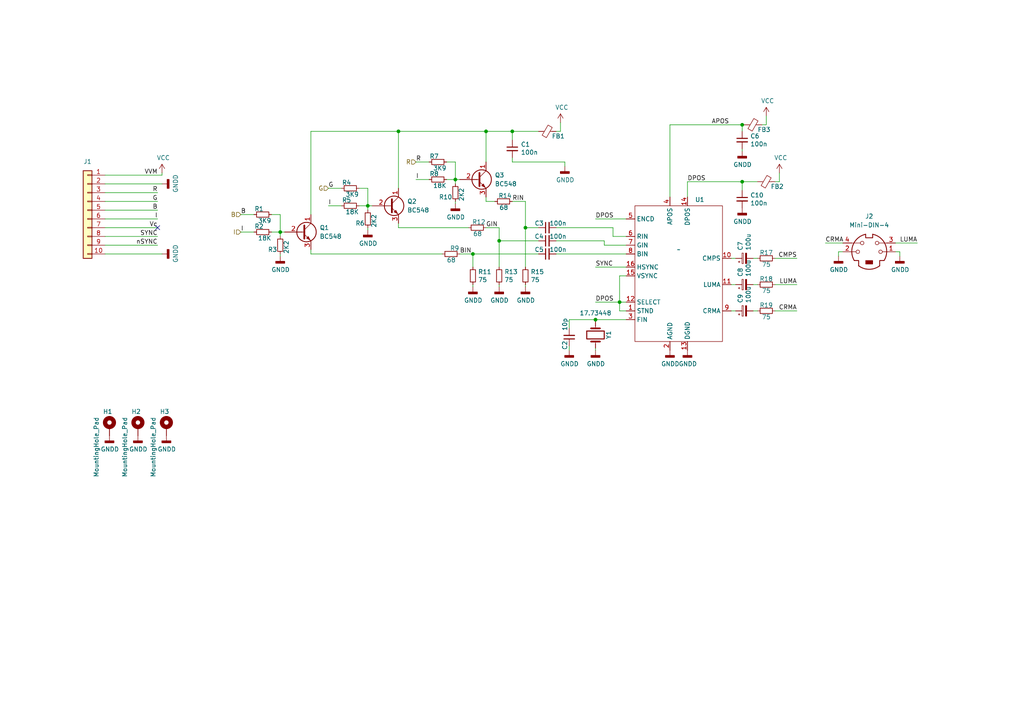
<source format=kicad_sch>
(kicad_sch (version 20230121) (generator eeschema)
  (paper "A4")
  (lib_symbols
    (symbol "Connector:Mini-DIN-4" (pin_names (offset 1.016))
      (property "Reference" "J" (at 0 6.35 0))
      (property "Value" "Mini-DIN-4" (at 0 -6.35 0))
      (symbol "Mini-DIN-4_0_1"
        (circle (center -3.302 0) (radius 0.508))
        (arc (start -3.048 -4.064) (mid 0 -5.08) (end 3.048 -4.064) (stroke (width 0.254)))
        (circle (center -2.032 2.54) (radius 0.508))
        (rectangle (start -1.016 -2.54) (end 1.016 -3.556) (fill (type outline)))
        (arc (start -1.016 5.08) (mid -4.6228 2.1214) (end -4.318 -2.54) (stroke (width 0.254)))
        (polyline (pts (xy -3.81 0) (xy -5.08 0)))
        (polyline (pts (xy -2.54 2.54) (xy -5.08 2.54)))
        (polyline (pts (xy 2.794 2.54) (xy 5.08 2.54)))
        (polyline (pts (xy 5.08 0) (xy 3.81 0)))
        (polyline (pts (xy -4.318 -2.54) (xy -3.048 -2.54) (xy -3.048 -4.064)) (stroke (width 0.254)))
        (polyline (pts (xy 4.318 -2.54) (xy 3.048 -2.54) (xy 3.048 -4.064)) (stroke (width 0.254)))
        (polyline (pts (xy -1.016 5.08) (xy -1.016 4.064) (xy 1.016 4.064) (xy 1.016 5.08)) (stroke (width 0.254)))
        (circle (center 2.286 2.54) (radius 0.508))
        (circle (center 3.302 0) (radius 0.508))
        (arc (start 4.318 -2.54) (mid 4.6661 2.1322) (end 1.016 5.08) (stroke (width 0.254)))
      )
      (symbol "Mini-DIN-4_1_1"
        (pin passive line (at 7.62 0 180) (length 2.54) (name "~") (number "1"))
        (pin passive line (at -7.62 0 0) (length 2.54) (name "~") (number "2"))
        (pin passive line (at 7.62 2.54 180) (length 2.54) (name "~") (number "3"))
        (pin passive line (at -7.62 2.54 0) (length 2.54) (name "~") (number "4"))
      )
    )
    (symbol "Connector_Generic:Conn_01x10" (pin_names (offset 1.016) hide)
      (property "Reference" "J" (at 0 12.7 0))
      (property "Value" "Conn_01x10" (at 0 -15.24 0))
      (symbol "Conn_01x10_1_1"
        (rectangle (start -1.27 -12.573) (end 0 -12.827) (stroke (width 0.1524)))
        (rectangle (start -1.27 -10.033) (end 0 -10.287) (stroke (width 0.1524)))
        (rectangle (start -1.27 -7.493) (end 0 -7.747) (stroke (width 0.1524)))
        (rectangle (start -1.27 -4.953) (end 0 -5.207) (stroke (width 0.1524)))
        (rectangle (start -1.27 -2.413) (end 0 -2.667) (stroke (width 0.1524)))
        (rectangle (start -1.27 0.127) (end 0 -0.127) (stroke (width 0.1524)))
        (rectangle (start -1.27 2.667) (end 0 2.413) (stroke (width 0.1524)))
        (rectangle (start -1.27 5.207) (end 0 4.953) (stroke (width 0.1524)))
        (rectangle (start -1.27 7.747) (end 0 7.493) (stroke (width 0.1524)))
        (rectangle (start -1.27 10.287) (end 0 10.033) (stroke (width 0.1524)))
        (rectangle (start -1.27 11.43) (end 1.27 -13.97) (stroke (width 0.254)) (fill (type background)))
        (pin passive line (at -5.08 10.16 0) (length 3.81) (name "Pin_1") (number "1"))
        (pin passive line (at -5.08 -12.7 0) (length 3.81) (name "Pin_10") (number "10"))
        (pin passive line (at -5.08 7.62 0) (length 3.81) (name "Pin_2") (number "2"))
        (pin passive line (at -5.08 5.08 0) (length 3.81) (name "Pin_3") (number "3"))
        (pin passive line (at -5.08 2.54 0) (length 3.81) (name "Pin_4") (number "4"))
        (pin passive line (at -5.08 0 0) (length 3.81) (name "Pin_5") (number "5"))
        (pin passive line (at -5.08 -2.54 0) (length 3.81) (name "Pin_6") (number "6"))
        (pin passive line (at -5.08 -5.08 0) (length 3.81) (name "Pin_7") (number "7"))
        (pin passive line (at -5.08 -7.62 0) (length 3.81) (name "Pin_8") (number "8"))
        (pin passive line (at -5.08 -10.16 0) (length 3.81) (name "Pin_9") (number "9"))
      )
    )
    (symbol "Device:C_Small" (pin_numbers hide) (pin_names (offset 0.254) hide)
      (property "Reference" "C" (at 0.254 1.778 0))
      (property "Value" "C_Small" (at 0.254 -2.032 0))
      (symbol "C_Small_0_1"
        (polyline (pts (xy -1.524 -0.508) (xy 1.524 -0.508)) (stroke (width 0.3302)))
        (polyline (pts (xy -1.524 0.508) (xy 1.524 0.508)) (stroke (width 0.3048)))
      )
      (symbol "C_Small_1_1"
        (pin passive line (at 0 2.54 270) (length 2.032) (name "~") (number "1"))
        (pin passive line (at 0 -2.54 90) (length 2.032) (name "~") (number "2"))
      )
    )
    (symbol "Device:Crystal" (pin_numbers hide) (pin_names (offset 1.016) hide)
      (property "Reference" "Y" (at 0 3.81 0))
      (property "Value" "Crystal" (at 0 -3.81 0))
      (symbol "Crystal_0_1"
        (rectangle (start -1.143 2.54) (end 1.143 -2.54) (stroke (width 0.3048)))
        (polyline (pts (xy -2.54 0) (xy -1.905 0)))
        (polyline (pts (xy -1.905 -1.27) (xy -1.905 1.27)) (stroke (width 0.508)))
        (polyline (pts (xy 1.905 -1.27) (xy 1.905 1.27)) (stroke (width 0.508)))
        (polyline (pts (xy 2.54 0) (xy 1.905 0)))
      )
      (symbol "Crystal_1_1"
        (pin passive line (at -3.81 0 0) (length 1.27) (name "1") (number "1"))
        (pin passive line (at 3.81 0 180) (length 1.27) (name "2") (number "2"))
      )
    )
    (symbol "Device:FerriteBead_Small" (pin_numbers hide) (pin_names (offset 0))
      (property "Reference" "FB" (at 1.905 1.27 0))
      (property "Value" "FerriteBead_Small" (at 1.905 -1.27 0))
      (symbol "FerriteBead_Small_0_1"
        (polyline (pts (xy 0 -1.27) (xy 0 -0.7874)))
        (polyline (pts (xy 0 0.889) (xy 0 1.2954)))
        (polyline (pts (xy -1.8288 0.2794) (xy -1.1176 1.4986) (xy 1.8288 -0.2032) (xy 1.1176 -1.4224) (xy -1.8288 0.2794)))
      )
      (symbol "FerriteBead_Small_1_1"
        (pin passive line (at 0 2.54 270) (length 1.27) (name "~") (number "1"))
        (pin passive line (at 0 -2.54 90) (length 1.27) (name "~") (number "2"))
      )
    )
    (symbol "Device:R_Small" (pin_numbers hide) (pin_names (offset 0.254) hide)
      (property "Reference" "R" (at 0.762 0.508 0))
      (property "Value" "R_Small" (at 0.762 -1.016 0))
      (symbol "R_Small_0_1"
        (rectangle (start -0.762 1.778) (end 0.762 -1.778) (stroke (width 0.2032)))
      )
      (symbol "R_Small_1_1"
        (pin passive line (at 0 2.54 270) (length 0.762) (name "~") (number "1"))
        (pin passive line (at 0 -2.54 90) (length 0.762) (name "~") (number "2"))
      )
    )
    (symbol "Mechanical:MountingHole_Pad" (pin_numbers hide) (pin_names (offset 1.016) hide)
      (property "Reference" "H" (at 0 6.35 0))
      (property "Value" "MountingHole_Pad" (at 0 4.445 0))
      (symbol "MountingHole_Pad_0_1"
        (circle (center 0 1.27) (radius 1.27) (stroke (width 1.27)))
      )
      (symbol "MountingHole_Pad_1_1"
        (pin input line (at 0 -2.54 90) (length 2.54) (name "1") (number "1"))
      )
    )
    (symbol "Transistor_BJT:BC548" (pin_names (offset 0) hide)
      (property "Reference" "Q" (at 5.08 1.905 0))
      (property "Value" "BC548" (at 5.08 0 0))
      (symbol "BC548_0_1"
        (polyline (pts (xy 0 0) (xy 0.635 0)))
        (polyline (pts (xy 0.635 0.635) (xy 2.54 2.54)))
        (polyline (pts (xy 0.635 -0.635) (xy 2.54 -2.54) (xy 2.54 -2.54)))
        (polyline (pts (xy 0.635 1.905) (xy 0.635 -1.905) (xy 0.635 -1.905)) (stroke (width 0.508)))
        (polyline (pts (xy 1.27 -1.778) (xy 1.778 -1.27) (xy 2.286 -2.286) (xy 1.27 -1.778) (xy 1.27 -1.778)) (fill (type outline)))
        (circle (center 1.27 0) (radius 2.8194) (stroke (width 0.254)))
      )
      (symbol "BC548_1_1"
        (pin passive line (at 2.54 5.08 270) (length 2.54) (name "C") (number "1"))
        (pin input line (at -5.08 0 0) (length 5.08) (name "B") (number "2"))
        (pin passive line (at 2.54 -5.08 90) (length 2.54) (name "E") (number "3"))
      )
    )
    (symbol "cobra_original:AD724JRZ"
      (property "Reference" "U" (at 0 5.08 0))
      (symbol "AD724JRZ_0_1"
        (rectangle (start -12.7 17.78) (end 12.7 -21.59))
      )
      (symbol "AD724JRZ_1_1"
        (pin input line (at -15.24 -12.7 0) (length 2.54) (name "STND") (number "1"))
        (pin output line (at 15.24 2.54 180) (length 2.54) (name "CMPS") (number "10"))
        (pin output line (at 15.24 -5.08 180) (length 2.54) (name "LUMA") (number "11"))
        (pin input line (at -15.24 -10.16 0) (length 2.54) (name "SELECT") (number "12"))
        (pin passive line (at 2.54 -24.13 90) (length 2.54) (name "DGND") (number "13"))
        (pin power_in line (at 2.54 20.32 270) (length 2.54) (name "DPOS") (number "14"))
        (pin input line (at -15.24 -2.54 0) (length 2.54) (name "VSYNC") (number "15"))
        (pin input line (at -15.24 0 0) (length 2.54) (name "HSYNC") (number "16"))
        (pin passive line (at -2.54 -24.13 90) (length 2.54) (name "AGND") (number "2"))
        (pin input line (at -15.24 -15.24 0) (length 2.54) (name "FIN") (number "3"))
        (pin power_in line (at -2.54 20.32 270) (length 2.54) (name "APOS") (number "4"))
        (pin input line (at -15.24 13.97 0) (length 2.54) (name "ENCD") (number "5"))
        (pin input line (at -15.24 8.89 0) (length 2.54) (name "RIN") (number "6"))
        (pin input line (at -15.24 6.35 0) (length 2.54) (name "GIN") (number "7"))
        (pin input line (at -15.24 3.81 0) (length 2.54) (name "BIN") (number "8"))
        (pin output line (at 15.24 -12.7 180) (length 2.54) (name "CRMA") (number "9"))
      )
    )
    (symbol "main-rescue:CP_Small-Device" (pin_numbers hide) (pin_names (offset 0.254) hide)
      (property "Reference" "C" (at 0.254 1.778 0))
      (property "Value" "Device_CP_Small" (at 0.254 -2.032 0))
      (symbol "CP_Small-Device_0_1"
        (rectangle (start -1.524 -0.3048) (end 1.524 -0.6858) (fill (type outline)))
        (rectangle (start -1.524 0.6858) (end 1.524 0.3048))
        (polyline (pts (xy -1.27 1.524) (xy -0.762 1.524)))
        (polyline (pts (xy -1.016 1.27) (xy -1.016 1.778)))
      )
      (symbol "CP_Small-Device_1_1"
        (pin passive line (at 0 2.54 270) (length 1.8542) (name "~") (number "1"))
        (pin passive line (at 0 -2.54 90) (length 1.8542) (name "~") (number "2"))
      )
    )
    (symbol "power:GNDD" (power) (pin_names (offset 0))
      (property "Value" "GNDD" (at 0 -3.175 0))
      (symbol "GNDD_0_1"
        (rectangle (start -1.27 -1.524) (end 1.27 -2.032) (stroke (width 0.254)) (fill (type outline)))
        (polyline (pts (xy 0 0) (xy 0 -1.524)))
      )
      (symbol "GNDD_1_1"
        (pin power_in line (at 0 0 270) (length 0) hide (name "GNDD") (number "1"))
      )
    )
    (symbol "power:VCC" (power) (pin_names (offset 0))
      (property "Value" "VCC" (at 0 3.81 0))
      (symbol "VCC_0_1"
        (polyline (pts (xy -0.762 1.27) (xy 0 2.54)))
        (polyline (pts (xy 0 0) (xy 0 2.54)))
        (polyline (pts (xy 0 2.54) (xy 0.762 1.27)))
      )
      (symbol "VCC_1_1"
        (pin power_in line (at 0 0 90) (length 0) hide (name "VCC") (number "1"))
      )
    )
  )
  (junction (at 81.28 67.31))
  (junction (at 140.97 38.1))
  (junction (at 148.59 38.1))
  (junction (at 215.265 52.705))
  (junction (at 215.265 36.195))
  (junction (at 137.16 73.66))
  (junction (at 152.4 66.04))
  (junction (at 172.72 92.71))
  (junction (at 115.57 38.1))
  (junction (at 132.08 52.07))
  (junction (at 144.78 69.85))
  (junction (at 106.68 59.69))
  (junction (at 179.705 87.63))
  (no_connect (at 45.72 66.04))
  (wire (pts (xy 148.59 46.99) (xy 163.83 46.99)))
  (wire (pts (xy 30.48 50.8) (xy 46.99 50.8)))
  (wire (pts (xy 215.265 36.195) (xy 215.265 38.1)))
  (wire (pts (xy 194.31 36.195) (xy 194.31 57.15)))
  (wire (pts (xy 129.54 52.07) (xy 132.08 52.07)))
  (wire (pts (xy 144.78 66.04) (xy 144.78 69.85)))
  (wire (pts (xy 148.59 38.1) (xy 148.59 40.64)))
  (wire (pts (xy 177.8 68.58) (xy 181.61 68.58)))
  (wire (pts (xy 140.97 46.99) (xy 140.97 38.1)))
  (wire (pts (xy 152.4 58.42) (xy 152.4 66.04)))
  (wire (pts (xy 224.79 82.55) (xy 231.14 82.55)))
  (wire (pts (xy 95.25 59.69) (xy 99.06 59.69)))
  (wire (pts (xy 148.59 45.72) (xy 148.59 46.99)))
  (wire (pts (xy 90.17 62.23) (xy 90.17 38.1)))
  (wire (pts (xy 226.06 50.165) (xy 226.06 52.705)))
  (wire (pts (xy 137.16 82.55) (xy 137.16 83.185)))
  (wire (pts (xy 144.78 69.85) (xy 156.21 69.85)))
  (wire (pts (xy 259.715 70.485) (xy 266.065 70.485)))
  (wire (pts (xy 30.48 55.88) (xy 45.72 55.88)))
  (wire (pts (xy 215.265 52.705) (xy 219.71 52.705)))
  (wire (pts (xy 132.08 52.07) (xy 133.35 52.07)))
  (wire (pts (xy 46.99 50.165) (xy 46.99 50.8)))
  (wire (pts (xy 69.85 62.23) (xy 73.66 62.23)))
  (wire (pts (xy 137.16 73.66) (xy 137.16 77.47)))
  (wire (pts (xy 152.4 66.04) (xy 152.4 77.47)))
  (wire (pts (xy 115.57 64.77) (xy 115.57 66.04)))
  (wire (pts (xy 140.97 66.04) (xy 144.78 66.04)))
  (wire (pts (xy 220.98 36.195) (xy 222.25 36.195)))
  (wire (pts (xy 161.29 69.85) (xy 175.26 69.85)))
  (wire (pts (xy 132.08 53.34) (xy 132.08 52.07)))
  (wire (pts (xy 239.395 70.485) (xy 244.475 70.485)))
  (wire (pts (xy 163.83 46.99) (xy 163.83 48.26)))
  (wire (pts (xy 78.74 67.31) (xy 81.28 67.31)))
  (wire (pts (xy 194.31 36.195) (xy 215.265 36.195)))
  (wire (pts (xy 243.205 73.025) (xy 243.205 74.295)))
  (wire (pts (xy 172.72 100.965) (xy 172.72 101.6)))
  (wire (pts (xy 172.72 92.71) (xy 181.61 92.71)))
  (wire (pts (xy 218.44 90.17) (xy 219.71 90.17)))
  (wire (pts (xy 120.65 46.99) (xy 124.46 46.99)))
  (wire (pts (xy 172.72 87.63) (xy 179.705 87.63)))
  (wire (pts (xy 259.715 73.025) (xy 260.985 73.025)))
  (wire (pts (xy 215.265 36.195) (xy 215.9 36.195)))
  (wire (pts (xy 199.39 52.705) (xy 215.265 52.705)))
  (wire (pts (xy 181.61 77.47) (xy 172.72 77.47)))
  (wire (pts (xy 115.57 66.04) (xy 135.89 66.04)))
  (wire (pts (xy 179.705 87.63) (xy 181.61 87.63)))
  (wire (pts (xy 106.68 66.04) (xy 106.68 66.675)))
  (wire (pts (xy 162.56 35.56) (xy 162.56 38.1)))
  (wire (pts (xy 181.61 73.66) (xy 161.29 73.66)))
  (wire (pts (xy 224.79 74.93) (xy 231.14 74.93)))
  (wire (pts (xy 172.72 63.5) (xy 181.61 63.5)))
  (wire (pts (xy 144.78 82.55) (xy 144.78 83.185)))
  (wire (pts (xy 133.35 73.66) (xy 137.16 73.66)))
  (wire (pts (xy 90.17 38.1) (xy 115.57 38.1)))
  (wire (pts (xy 244.475 73.025) (xy 243.205 73.025)))
  (wire (pts (xy 120.65 52.07) (xy 124.46 52.07)))
  (wire (pts (xy 215.265 52.705) (xy 215.265 55.245)))
  (wire (pts (xy 218.44 74.93) (xy 219.71 74.93)))
  (wire (pts (xy 81.28 73.66) (xy 81.28 74.295)))
  (wire (pts (xy 260.985 73.025) (xy 260.985 74.295)))
  (wire (pts (xy 132.08 58.42) (xy 132.08 59.055)))
  (wire (pts (xy 222.25 33.655) (xy 222.25 36.195)))
  (wire (pts (xy 78.74 62.23) (xy 81.28 62.23)))
  (wire (pts (xy 137.16 73.66) (xy 156.21 73.66)))
  (wire (pts (xy 179.705 80.01) (xy 179.705 87.63)))
  (wire (pts (xy 140.97 57.15) (xy 140.97 58.42)))
  (wire (pts (xy 30.48 71.12) (xy 45.72 71.12)))
  (wire (pts (xy 81.28 67.31) (xy 82.55 67.31)))
  (wire (pts (xy 30.48 68.58) (xy 45.72 68.58)))
  (wire (pts (xy 179.705 90.17) (xy 179.705 87.63)))
  (wire (pts (xy 81.28 62.23) (xy 81.28 67.31)))
  (wire (pts (xy 81.28 68.58) (xy 81.28 67.31)))
  (wire (pts (xy 140.97 38.1) (xy 148.59 38.1)))
  (wire (pts (xy 175.26 71.12) (xy 181.61 71.12)))
  (wire (pts (xy 212.09 82.55) (xy 213.36 82.55)))
  (wire (pts (xy 177.8 66.04) (xy 177.8 68.58)))
  (wire (pts (xy 106.68 60.96) (xy 106.68 59.69)))
  (wire (pts (xy 30.48 53.34) (xy 46.99 53.34)))
  (wire (pts (xy 172.72 92.71) (xy 172.72 93.345)))
  (wire (pts (xy 215.265 43.18) (xy 215.265 43.815)))
  (wire (pts (xy 95.25 54.61) (xy 99.06 54.61)))
  (wire (pts (xy 30.48 63.5) (xy 45.72 63.5)))
  (wire (pts (xy 30.48 58.42) (xy 45.72 58.42)))
  (wire (pts (xy 132.08 46.99) (xy 132.08 52.07)))
  (wire (pts (xy 115.57 54.61) (xy 115.57 38.1)))
  (wire (pts (xy 148.59 58.42) (xy 152.4 58.42)))
  (wire (pts (xy 106.68 54.61) (xy 106.68 59.69)))
  (wire (pts (xy 165.1 100.33) (xy 165.1 101.6)))
  (wire (pts (xy 224.79 90.17) (xy 231.14 90.17)))
  (wire (pts (xy 212.09 74.93) (xy 213.36 74.93)))
  (wire (pts (xy 152.4 82.55) (xy 152.4 83.185)))
  (wire (pts (xy 218.44 82.55) (xy 219.71 82.55)))
  (wire (pts (xy 30.48 66.04) (xy 45.72 66.04)))
  (wire (pts (xy 179.705 80.01) (xy 181.61 80.01)))
  (wire (pts (xy 152.4 66.04) (xy 156.21 66.04)))
  (wire (pts (xy 161.29 66.04) (xy 177.8 66.04)))
  (wire (pts (xy 69.85 67.31) (xy 73.66 67.31)))
  (wire (pts (xy 30.48 60.96) (xy 45.72 60.96)))
  (wire (pts (xy 165.1 95.25) (xy 165.1 92.71)))
  (wire (pts (xy 144.78 69.85) (xy 144.78 77.47)))
  (wire (pts (xy 161.29 38.1) (xy 162.56 38.1)))
  (wire (pts (xy 104.14 54.61) (xy 106.68 54.61)))
  (wire (pts (xy 104.14 59.69) (xy 106.68 59.69)))
  (wire (pts (xy 129.54 46.99) (xy 132.08 46.99)))
  (wire (pts (xy 224.79 52.705) (xy 226.06 52.705)))
  (wire (pts (xy 165.1 92.71) (xy 172.72 92.71)))
  (wire (pts (xy 148.59 38.1) (xy 156.21 38.1)))
  (wire (pts (xy 212.09 90.17) (xy 213.36 90.17)))
  (wire (pts (xy 181.61 90.17) (xy 179.705 90.17)))
  (wire (pts (xy 90.17 72.39) (xy 90.17 73.66)))
  (wire (pts (xy 175.26 69.85) (xy 175.26 71.12)))
  (wire (pts (xy 30.48 73.66) (xy 46.99 73.66)))
  (wire (pts (xy 140.97 58.42) (xy 143.51 58.42)))
  (wire (pts (xy 199.39 52.705) (xy 199.39 57.15)))
  (wire (pts (xy 90.17 73.66) (xy 128.27 73.66)))
  (wire (pts (xy 106.68 59.69) (xy 107.95 59.69)))
  (wire (pts (xy 115.57 38.1) (xy 140.97 38.1)))
  (label "nSYNC" (at 45.72 71.12 180))
  (label "I" (at 45.72 63.5 180))
  (label "APOS" (at 206.375 36.195 0))
  (label "CMPS" (at 231.14 74.93 180))
  (label "RIN" (at 148.59 58.42 0))
  (label "DPOS" (at 172.72 63.5 0))
  (label "LUMA" (at 266.065 70.485 180))
  (label "B" (at 69.85 62.23 0))
  (label "DPOS" (at 199.39 52.705 0))
  (label "R" (at 120.65 46.99 0))
  (label "I" (at 120.65 52.07 0))
  (label "SYNC" (at 45.72 68.58 180))
  (label "CRMA" (at 239.395 70.485 0))
  (label "LUMA" (at 231.14 82.55 180))
  (label "CRMA" (at 231.14 90.17 180))
  (label "DPOS" (at 172.72 87.63 0))
  (label "VVM" (at 45.72 50.8 180))
  (label "GIN" (at 140.97 66.04 0))
  (label "B" (at 45.72 60.96 180))
  (label "R" (at 45.72 55.88 180))
  (label "I" (at 95.25 59.69 0))
  (label "I" (at 69.85 67.31 0))
  (label "Vc" (at 45.72 66.04 180))
  (label "BIN" (at 133.35 73.66 0))
  (label "G" (at 45.72 58.42 180))
  (label "G" (at 95.25 54.61 0))
  (label "SYNC" (at 172.72 77.47 0))
  (hierarchical_label "G" (shape input) (at 95.25 54.61 180))
  (hierarchical_label "B" (shape input) (at 69.85 62.23 180))
  (hierarchical_label "I" (shape input) (at 69.85 67.31 180))
  (hierarchical_label "R" (shape input) (at 120.65 46.99 180))
  (symbol (lib_id "power:GNDD") (at 31.75 126.365 0) (unit 1)
    (property "Reference" "#PWR023" (effects hide))
    (property "Value" "GNDD" (at 31.8516 130.302 0))
  )
  (symbol (lib_id "power:VCC") (at 46.99 50.165 0) (unit 1)
    (property "Reference" "#PWR01" (effects hide))
    (property "Value" "VCC" (at 47.371 45.7708 0))
  )
  (symbol (lib_id "main-rescue:CP_Small-Device") (at 215.9 74.93 90) (unit 1)
    (property "Reference" "C7" (at 214.7316 72.6948 0) (effects (justify left)))
    (property "Value" "100u" (at 217.043 72.6948 0) (effects (justify left)))
    (property "Footprint" "Capacitor_THT:CP_Radial_D5.0mm_P2.50mm" (effects hide))
  )
  (symbol (lib_id "Transistor_BJT:BC548") (at 87.63 67.31 0) (unit 1)
    (property "Reference" "Q1" (at 92.71 66.04 0) (effects (justify left)))
    (property "Value" "BC548" (at 92.71 68.58 0) (effects (justify left)))
    (property "Footprint" "Package_TO_SOT_THT:TO-92_Inline" (effects hide))
    (property "Datasheet" "https://www.onsemi.com/pub/Collateral/BC550-D.pdf" (effects hide))
  )
  (symbol (lib_id "Device:FerriteBead_Small") (at 158.75 38.1 90) (unit 1)
    (property "Reference" "FB1" (at 161.925 39.497 90))
    (property "Value" "FerriteBead_Small" (effects hide))
    (property "Footprint" "Cobra_original:C_THT_762_254" (effects hide))
  )
  (symbol (lib_id "Connector_Generic:Conn_01x10") (at 25.4 60.96 0) (mirror y) (unit 1)
    (property "Reference" "J1" (at 25.4 46.863 0))
    (property "Value" "Conn_01x10" (effects hide))
    (property "Footprint" "Connector_PinSocket_2.54mm:PinSocket_1x10_P2.54mm_Vertical" (effects hide))
  )
  (symbol (lib_id "Device:R_Small") (at 144.78 80.01 0) (unit 1)
    (property "Reference" "R13" (at 146.2786 78.8416 0) (effects (justify left)))
    (property "Value" "75" (at 146.2786 81.153 0) (effects (justify left)))
    (property "Footprint" "Resistor_THT:R_Axial_DIN0204_L3.6mm_D1.6mm_P5.08mm_Horizontal" (effects hide))
  )
  (symbol (lib_id "power:GNDD") (at 46.99 53.34 90) (unit 1)
    (property "Reference" "#PWR02" (effects hide))
    (property "Value" "GNDD" (at 50.927 53.2384 0))
  )
  (symbol (lib_id "Device:R_Small") (at 222.25 74.93 90) (unit 1)
    (property "Reference" "R17" (at 222.25 73.279 90))
    (property "Value" "75" (at 222.25 76.708 90))
    (property "Footprint" "Resistor_THT:R_Axial_DIN0204_L3.6mm_D1.6mm_P5.08mm_Horizontal" (effects hide))
  )
  (symbol (lib_id "Transistor_BJT:BC548") (at 113.03 59.69 0) (unit 1)
    (property "Reference" "Q2" (at 118.11 58.42 0) (effects (justify left)))
    (property "Value" "BC548" (at 118.11 60.96 0) (effects (justify left)))
    (property "Footprint" "Package_TO_SOT_THT:TO-92_Inline" (effects hide))
    (property "Datasheet" "https://www.onsemi.com/pub/Collateral/BC550-D.pdf" (effects hide))
  )
  (symbol (lib_id "power:GNDD") (at 260.985 74.295 0) (unit 1)
    (property "Reference" "#PWR020" (effects hide))
    (property "Value" "GNDD" (at 261.0866 78.232 0))
  )
  (symbol (lib_id "power:GNDD") (at 81.28 74.295 0) (unit 1)
    (property "Reference" "#PWR04" (effects hide))
    (property "Value" "GNDD" (at 81.3816 78.232 0))
  )
  (symbol (lib_id "Device:R_Small") (at 132.08 55.88 180) (unit 1)
    (property "Reference" "R10" (at 131.191 57.15 0) (effects (justify left)))
    (property "Value" "2K2" (at 133.858 54.483 90) (effects (justify left)))
    (property "Footprint" "Resistor_THT:R_Axial_DIN0204_L3.6mm_D1.6mm_P5.08mm_Horizontal" (effects hide))
  )
  (symbol (lib_id "Device:R_Small") (at 152.4 80.01 0) (unit 1)
    (property "Reference" "R15" (at 153.8986 78.8416 0) (effects (justify left)))
    (property "Value" "75" (at 153.8986 81.153 0) (effects (justify left)))
    (property "Footprint" "Resistor_THT:R_Axial_DIN0204_L3.6mm_D1.6mm_P5.08mm_Horizontal" (effects hide))
  )
  (symbol (lib_id "cobra_original:AD724JRZ") (at 196.85 77.47 0) (unit 1)
    (property "Reference" "U1" (at 201.5841 57.912 0) (effects (justify left)))
    (property "Value" "~" (at 196.85 72.39 0))
    (property "Footprint" "cobra_soics:SOIC-16W_7.5x10.3mm_P1.27mm" (effects hide))
  )
  (symbol (lib_id "Device:C_Small") (at 158.75 73.66 90) (unit 1)
    (property "Reference" "C5" (at 157.734 72.39 90) (effects (justify left)))
    (property "Value" "100n" (at 164.338 72.39 90) (effects (justify left)))
    (property "Footprint" "Cobra_original:C_THT_508_254" (effects hide))
  )
  (symbol (lib_id "power:GNDD") (at 132.08 59.055 0) (unit 1)
    (property "Reference" "#PWR06" (effects hide))
    (property "Value" "GNDD" (at 132.1816 62.992 0))
  )
  (symbol (lib_id "power:GNDD") (at 163.83 48.26 0) (unit 1)
    (property "Reference" "#PWR014" (effects hide))
    (property "Value" "GNDD" (at 163.9316 52.197 0))
  )
  (symbol (lib_id "power:GNDD") (at 215.265 43.815 0) (unit 1)
    (property "Reference" "#PWR018" (effects hide))
    (property "Value" "GNDD" (at 215.3666 47.752 0))
  )
  (symbol (lib_id "Device:R_Small") (at 130.81 73.66 90) (unit 1)
    (property "Reference" "R9" (at 133.223 72.009 90) (effects (justify left)))
    (property "Value" "68" (at 132.207 75.438 90) (effects (justify left)))
    (property "Footprint" "Resistor_THT:R_Axial_DIN0204_L3.6mm_D1.6mm_P5.08mm_Horizontal" (effects hide))
  )
  (symbol (lib_id "main-rescue:CP_Small-Device") (at 215.9 90.17 90) (unit 1)
    (property "Reference" "C9" (at 214.7316 87.9348 0) (effects (justify left)))
    (property "Value" "100u" (at 217.043 87.9348 0) (effects (justify left)))
    (property "Footprint" "Capacitor_THT:CP_Radial_D5.0mm_P2.50mm" (effects hide))
  )
  (symbol (lib_id "power:VCC") (at 222.25 33.655 0) (unit 1)
    (property "Reference" "#PWR022" (effects hide))
    (property "Value" "VCC" (at 222.631 29.2608 0))
  )
  (symbol (lib_id "power:GNDD") (at 165.1 101.6 0) (unit 1)
    (property "Reference" "#PWR011" (effects hide))
    (property "Value" "GNDD" (at 165.2016 105.537 0))
  )
  (symbol (lib_id "Device:C_Small") (at 148.59 43.18 0) (unit 1)
    (property "Reference" "C1" (at 151.0538 41.8846 0) (effects (justify left)))
    (property "Value" "100n" (at 151.0538 44.196 0) (effects (justify left)))
    (property "Footprint" "Cobra_original:C_THT_762_254" (effects hide))
  )
  (symbol (lib_id "Device:R_Small") (at 101.6 54.61 270) (mirror x) (unit 1)
    (property "Reference" "R4" (at 99.187 52.959 90) (effects (justify left)))
    (property "Value" "3K9" (at 100.203 56.388 90) (effects (justify left)))
    (property "Footprint" "Resistor_THT:R_Axial_DIN0204_L3.6mm_D1.6mm_P5.08mm_Horizontal" (effects hide))
  )
  (symbol (lib_id "Device:R_Small") (at 138.43 66.04 90) (unit 1)
    (property "Reference" "R12" (at 140.843 64.389 90) (effects (justify left)))
    (property "Value" "68" (at 139.827 67.818 90) (effects (justify left)))
    (property "Footprint" "Resistor_THT:R_Axial_DIN0204_L3.6mm_D1.6mm_P5.08mm_Horizontal" (effects hide))
  )
  (symbol (lib_id "power:GNDD") (at 40.005 126.365 0) (unit 1)
    (property "Reference" "#PWR024" (effects hide))
    (property "Value" "GNDD" (at 40.1066 130.302 0))
  )
  (symbol (lib_id "Device:R_Small") (at 101.6 59.69 270) (mirror x) (unit 1)
    (property "Reference" "R5" (at 99.187 58.039 90) (effects (justify left)))
    (property "Value" "18K" (at 100.203 61.468 90) (effects (justify left)))
    (property "Footprint" "Resistor_THT:R_Axial_DIN0204_L3.6mm_D1.6mm_P5.08mm_Horizontal" (effects hide))
  )
  (symbol (lib_id "Device:R_Small") (at 127 46.99 270) (mirror x) (unit 1)
    (property "Reference" "R7" (at 124.587 45.339 90) (effects (justify left)))
    (property "Value" "3K9" (at 125.603 48.768 90) (effects (justify left)))
    (property "Footprint" "Resistor_THT:R_Axial_DIN0204_L3.6mm_D1.6mm_P5.08mm_Horizontal" (effects hide))
  )
  (symbol (lib_id "Device:C_Small") (at 215.265 57.785 0) (unit 1)
    (property "Reference" "C10" (at 217.6018 56.6166 0) (effects (justify left)))
    (property "Value" "100n" (at 217.6018 58.928 0) (effects (justify left)))
    (property "Footprint" "Cobra_original:C_THT_762_254" (effects hide))
  )
  (symbol (lib_id "Device:R_Small") (at 76.2 62.23 270) (mirror x) (unit 1)
    (property "Reference" "R1" (at 73.787 60.579 90) (effects (justify left)))
    (property "Value" "3K9" (at 74.803 64.008 90) (effects (justify left)))
    (property "Footprint" "Resistor_THT:R_Axial_DIN0204_L3.6mm_D1.6mm_P5.08mm_Horizontal" (effects hide))
  )
  (symbol (lib_id "Device:R_Small") (at 81.28 71.12 180) (unit 1)
    (property "Reference" "R3" (at 80.391 72.39 0) (effects (justify left)))
    (property "Value" "2K2" (at 83.058 69.723 90) (effects (justify left)))
    (property "Footprint" "Resistor_THT:R_Axial_DIN0204_L3.6mm_D1.6mm_P5.08mm_Horizontal" (effects hide))
  )
  (symbol (lib_id "Device:FerriteBead_Small") (at 218.44 36.195 90) (unit 1)
    (property "Reference" "FB3" (at 221.615 37.592 90))
    (property "Value" "FerriteBead_Small" (effects hide))
    (property "Footprint" "Cobra_original:C_THT_762_254" (effects hide))
  )
  (symbol (lib_id "Device:Crystal") (at 172.72 97.155 270) (unit 1)
    (property "Reference" "Y1" (at 176.53 97.155 0))
    (property "Value" "17.73448" (at 172.72 90.805 90))
    (property "Footprint" "Crystal:Crystal_HC49-4H_Vertical" (effects hide))
  )
  (symbol (lib_id "main-rescue:CP_Small-Device") (at 215.9 82.55 90) (unit 1)
    (property "Reference" "C8" (at 214.7316 80.3148 0) (effects (justify left)))
    (property "Value" "100u" (at 217.043 80.3148 0) (effects (justify left)))
    (property "Footprint" "Capacitor_THT:CP_Radial_D5.0mm_P2.50mm" (effects hide))
  )
  (symbol (lib_id "Mechanical:MountingHole_Pad") (at 40.005 123.825 0) (unit 1)
    (property "Reference" "H2" (at 38.1 119.38 0) (effects (justify left)))
    (property "Value" "MountingHole_Pad" (at 36.195 138.43 90) (effects (justify left)))
    (property "Footprint" "Cobra_original:MountingHole_3mm_Pad" (effects hide))
  )
  (symbol (lib_id "power:GNDD") (at 243.205 74.295 0) (unit 1)
    (property "Reference" "#PWR019" (effects hide))
    (property "Value" "GNDD" (at 243.3066 78.232 0))
  )
  (symbol (lib_id "Device:R_Small") (at 222.25 90.17 90) (unit 1)
    (property "Reference" "R19" (at 222.25 88.519 90))
    (property "Value" "75" (at 222.25 91.948 90))
    (property "Footprint" "Resistor_THT:R_Axial_DIN0204_L3.6mm_D1.6mm_P5.08mm_Horizontal" (effects hide))
  )
  (symbol (lib_id "power:GNDD") (at 172.72 101.6 0) (unit 1)
    (property "Reference" "#PWR012" (effects hide))
    (property "Value" "GNDD" (at 172.8216 105.537 0))
  )
  (symbol (lib_id "Mechanical:MountingHole_Pad") (at 48.26 123.825 0) (unit 1)
    (property "Reference" "H3" (at 46.355 119.38 0) (effects (justify left)))
    (property "Value" "MountingHole_Pad" (at 44.45 138.43 90) (effects (justify left)))
    (property "Footprint" "Cobra_original:MountingHole_3mm_Pad" (effects hide))
  )
  (symbol (lib_id "power:GNDD") (at 215.265 60.325 0) (unit 1)
    (property "Reference" "#PWR021" (effects hide))
    (property "Value" "GNDD" (at 215.3666 64.262 0))
  )
  (symbol (lib_id "Device:C_Small") (at 158.75 66.04 90) (unit 1)
    (property "Reference" "C3" (at 157.734 64.77 90) (effects (justify left)))
    (property "Value" "100n" (at 164.338 64.77 90) (effects (justify left)))
    (property "Footprint" "Cobra_original:C_THT_508_254" (effects hide))
  )
  (symbol (lib_id "Device:R_Small") (at 137.16 80.01 0) (unit 1)
    (property "Reference" "R11" (at 138.6586 78.8416 0) (effects (justify left)))
    (property "Value" "75" (at 138.6586 81.153 0) (effects (justify left)))
    (property "Footprint" "Resistor_THT:R_Axial_DIN0204_L3.6mm_D1.6mm_P5.08mm_Horizontal" (effects hide))
  )
  (symbol (lib_id "Mechanical:MountingHole_Pad") (at 31.75 123.825 0) (unit 1)
    (property "Reference" "H1" (at 29.845 119.38 0) (effects (justify left)))
    (property "Value" "MountingHole_Pad" (at 27.94 138.43 90) (effects (justify left)))
    (property "Footprint" "Cobra_original:MountingHole_3mm_Pad" (effects hide))
  )
  (symbol (lib_id "power:GNDD") (at 144.78 83.185 0) (unit 1)
    (property "Reference" "#PWR09" (effects hide))
    (property "Value" "GNDD" (at 144.8816 87.122 0))
  )
  (symbol (lib_id "power:GNDD") (at 137.16 83.185 0) (unit 1)
    (property "Reference" "#PWR07" (effects hide))
    (property "Value" "GNDD" (at 137.2616 87.122 0))
  )
  (symbol (lib_id "power:GNDD") (at 46.99 73.66 90) (unit 1)
    (property "Reference" "#PWR03" (effects hide))
    (property "Value" "GNDD" (at 50.927 73.5584 0))
  )
  (symbol (lib_id "Device:R_Small") (at 146.05 58.42 90) (unit 1)
    (property "Reference" "R14" (at 148.463 56.769 90) (effects (justify left)))
    (property "Value" "68" (at 147.447 60.198 90) (effects (justify left)))
    (property "Footprint" "Resistor_THT:R_Axial_DIN0204_L3.6mm_D1.6mm_P5.08mm_Horizontal" (effects hide))
  )
  (symbol (lib_id "Device:R_Small") (at 127 52.07 270) (mirror x) (unit 1)
    (property "Reference" "R8" (at 124.587 50.419 90) (effects (justify left)))
    (property "Value" "18K" (at 125.603 53.848 90) (effects (justify left)))
    (property "Footprint" "Resistor_THT:R_Axial_DIN0204_L3.6mm_D1.6mm_P5.08mm_Horizontal" (effects hide))
  )
  (symbol (lib_id "Device:C_Small") (at 215.265 40.64 0) (unit 1)
    (property "Reference" "C6" (at 217.6018 39.4716 0) (effects (justify left)))
    (property "Value" "100n" (at 217.6018 41.783 0) (effects (justify left)))
    (property "Footprint" "Cobra_original:C_THT_762_254" (effects hide))
  )
  (symbol (lib_id "Device:R_Small") (at 76.2 67.31 270) (mirror x) (unit 1)
    (property "Reference" "R2" (at 73.787 65.659 90) (effects (justify left)))
    (property "Value" "18K" (at 74.803 69.088 90) (effects (justify left)))
    (property "Footprint" "Resistor_THT:R_Axial_DIN0204_L3.6mm_D1.6mm_P5.08mm_Horizontal" (effects hide))
  )
  (symbol (lib_id "Device:R_Small") (at 222.25 82.55 90) (unit 1)
    (property "Reference" "R18" (at 222.25 80.899 90))
    (property "Value" "75" (at 222.25 84.328 90))
    (property "Footprint" "Resistor_THT:R_Axial_DIN0204_L3.6mm_D1.6mm_P5.08mm_Horizontal" (effects hide))
  )
  (symbol (lib_id "power:VCC") (at 162.56 35.56 0) (unit 1)
    (property "Reference" "#PWR013" (effects hide))
    (property "Value" "VCC" (at 162.941 31.1658 0))
  )
  (symbol (lib_id "Connector:Mini-DIN-4") (at 252.095 73.025 0) (unit 1)
    (property "Reference" "J2" (at 252.1127 62.738 0))
    (property "Value" "Mini-DIN-4" (at 252.1127 65.278 0))
    (property "Footprint" "svideo:S-Video" (effects hide))
    (property "Datasheet" "http://service.powerdynamics.com/ec/Catalog17/Section%2011.pdf" (effects hide))
  )
  (symbol (lib_id "power:GNDD") (at 48.26 126.365 0) (unit 1)
    (property "Reference" "#PWR025" (effects hide))
    (property "Value" "GNDD" (at 48.3616 130.302 0))
  )
  (symbol (lib_id "Device:FerriteBead_Small") (at 222.25 52.705 90) (unit 1)
    (property "Reference" "FB2" (at 225.425 54.102 90))
    (property "Value" "FerriteBead_Small" (effects hide))
    (property "Footprint" "Cobra_original:C_THT_762_254" (effects hide))
  )
  (symbol (lib_id "power:GNDD") (at 106.68 66.675 0) (unit 1)
    (property "Reference" "#PWR05" (effects hide))
    (property "Value" "GNDD" (at 106.7816 70.612 0))
  )
  (symbol (lib_id "power:GNDD") (at 199.39 101.6 0) (unit 1)
    (property "Reference" "#PWR016" (effects hide))
    (property "Value" "GNDD" (at 199.4916 105.537 0))
  )
  (symbol (lib_id "Device:C_Small") (at 165.1 97.79 180) (unit 1)
    (property "Reference" "C2" (at 163.83 98.806 90) (effects (justify left)))
    (property "Value" "10p" (at 163.83 92.202 90) (effects (justify left)))
    (property "Footprint" "Cobra_original:C_THT_508_254" (effects hide))
  )
  (symbol (lib_id "power:VCC") (at 226.06 50.165 0) (unit 1)
    (property "Reference" "#PWR017" (effects hide))
    (property "Value" "VCC" (at 226.441 45.7708 0))
  )
  (symbol (lib_id "power:GNDD") (at 152.4 83.185 0) (unit 1)
    (property "Reference" "#PWR010" (effects hide))
    (property "Value" "GNDD" (at 152.5016 87.122 0))
  )
  (symbol (lib_id "Transistor_BJT:BC548") (at 138.43 52.07 0) (unit 1)
    (property "Reference" "Q3" (at 143.51 50.8 0) (effects (justify left)))
    (property "Value" "BC548" (at 143.51 53.34 0) (effects (justify left)))
    (property "Footprint" "Package_TO_SOT_THT:TO-92_Inline" (effects hide))
    (property "Datasheet" "https://www.onsemi.com/pub/Collateral/BC550-D.pdf" (effects hide))
  )
  (symbol (lib_id "Device:C_Small") (at 158.75 69.85 90) (unit 1)
    (property "Reference" "C4" (at 157.734 68.58 90) (effects (justify left)))
    (property "Value" "100n" (at 164.338 68.58 90) (effects (justify left)))
    (property "Footprint" "Cobra_original:C_THT_508_254" (effects hide))
  )
  (symbol (lib_id "power:GNDD") (at 194.31 101.6 0) (unit 1)
    (property "Reference" "#PWR015" (effects hide))
    (property "Value" "GNDD" (at 194.4116 105.537 0))
  )
  (symbol (lib_id "Device:R_Small") (at 106.68 63.5 180) (unit 1)
    (property "Reference" "R6" (at 105.791 64.77 0) (effects (justify left)))
    (property "Value" "2K2" (at 108.458 62.103 90) (effects (justify left)))
    (property "Footprint" "Resistor_THT:R_Axial_DIN0204_L3.6mm_D1.6mm_P5.08mm_Horizontal" (effects hide))
  )
)
</source>
